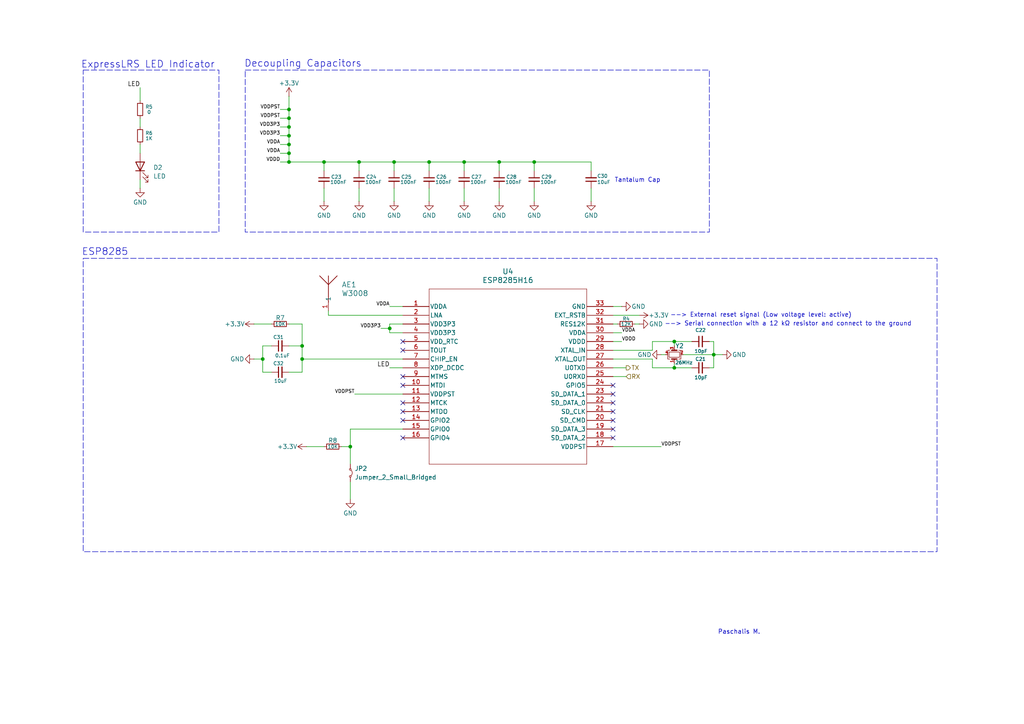
<source format=kicad_sch>
(kicad_sch (version 20250114) (generator "eeschema") (generator_version "9.0")
  (paper "A4")
  (title_block (title "ESP8285") (date "2025-03-30") (rev "1.0") (company "https://github.com/Paschalis | TeodoraMiu"))
  (lib_symbols
    (symbol "Device:C_Small" (pin_numbers (hide yes)) (pin_names (offset 0.254) (hide yes))
      (property "Reference" "C" (at 0.254 1.778 0))
      (property "Value" "C_Small" (at 0.254 -2.032 0))
      (symbol "C_Small_0_1"
        (polyline (pts (xy -1.524 0.508) (xy 1.524 0.508)) (stroke (width 0.3048)))
        (polyline (pts (xy -1.524 -0.508) (xy 1.524 -0.508)) (stroke (width 0.3302)))
      )
      (symbol "C_Small_1_1"
        (pin passive line (at 0 2.54 270) (length 2.032) (name "~") (number "1"))
        (pin passive line (at 0 -2.54 90) (length 2.032) (name "~") (number "2"))
      )
    )
    (symbol "Device:Crystal_GND24_Small" (pin_names (offset 1.016) (hide yes))
      (property "Reference" "Y" (at 1.27 4.445 0))
      (property "Value" "Crystal_GND24_Small" (at 1.27 2.54 0))
      (symbol "Crystal_GND24_Small_0_1"
        (polyline (pts (xy -1.27 1.27) (xy -1.27 1.905) (xy 1.27 1.905) (xy 1.27 1.27)))
        (polyline (pts (xy -1.27 -0.762) (xy -1.27 0.762)) (stroke (width 0.381)))
        (polyline (pts (xy -1.27 -1.27) (xy -1.27 -1.905) (xy 1.27 -1.905) (xy 1.27 -1.27)))
        (rectangle (start -0.762 -1.524) (end 0.762 1.524))
        (polyline (pts (xy 1.27 -0.762) (xy 1.27 0.762)) (stroke (width 0.381)))
      )
      (symbol "Crystal_GND24_Small_1_1"
        (pin passive line (at -2.54 0 0) (length 1.27) (name "1") (number "1"))
        (pin passive line (at 0 2.54 270) (length 0.635) (name "4") (number "4"))
        (pin passive line (at 0 -2.54 90) (length 0.635) (name "2") (number "2"))
        (pin passive line (at 2.54 0 180) (length 1.27) (name "3") (number "3"))
      )
    )
    (symbol "Device:LED" (pin_numbers (hide yes)) (pin_names (offset 1.016) (hide yes))
      (property "Reference" "D" (at 0 2.54 0))
      (property "Value" "LED" (at 0 -2.54 0))
      (symbol "LED_0_1"
        (polyline (pts (xy -3.048 -0.762) (xy -4.572 -2.286) (xy -3.81 -2.286) (xy -4.572 -2.286) (xy -4.572 -1.524)))
        (polyline (pts (xy -1.778 -0.762) (xy -3.302 -2.286) (xy -2.54 -2.286) (xy -3.302 -2.286) (xy -3.302 -1.524)))
        (polyline (pts (xy -1.27 0) (xy 1.27 0)))
        (polyline (pts (xy -1.27 -1.27) (xy -1.27 1.27)) (stroke (width 0.254)))
        (polyline (pts (xy 1.27 -1.27) (xy 1.27 1.27) (xy -1.27 0) (xy 1.27 -1.27)) (stroke (width 0.254)))
      )
      (symbol "LED_1_1"
        (pin passive line (at -3.81 0 0) (length 2.54) (name "K") (number "1"))
        (pin passive line (at 3.81 0 180) (length 2.54) (name "A") (number "2"))
      )
    )
    (symbol "Device:R_Small" (pin_numbers (hide yes)) (pin_names (offset 0.254) (hide yes))
      (property "Reference" "R" (at 0.762 0.508 0))
      (property "Value" "R_Small" (at 0.762 -1.016 0))
      (symbol "R_Small_0_1"
        (rectangle (start -0.762 1.778) (end 0.762 -1.778) (stroke (width 0.2032)))
      )
      (symbol "R_Small_1_1"
        (pin passive line (at 0 2.54 270) (length 0.762) (name "~") (number "1"))
        (pin passive line (at 0 -2.54 90) (length 0.762) (name "~") (number "2"))
      )
    )
    (symbol "ESP8285H16:ESP8285H16" (pin_names (offset 0.254))
      (property "Reference" "U" (at 30.48 10.16 0))
      (property "Value" "ESP8285H16" (at 30.48 7.62 0))
      (symbol "ESP8285H16_0_1"
        (polyline (pts (xy 7.62 5.08) (xy 7.62 -45.72)) (stroke (width 0.127)))
        (polyline (pts (xy 7.62 -45.72) (xy 53.34 -45.72)) (stroke (width 0.127)))
        (polyline (pts (xy 53.34 5.08) (xy 7.62 5.08)) (stroke (width 0.127)))
        (polyline (pts (xy 53.34 -45.72) (xy 53.34 5.08)) (stroke (width 0.127)))
        (pin power_in line (at 0 0 0) (length 7.62) (name "VDDA") (number "1"))
        (pin bidirectional line (at 0 -2.54 0) (length 7.62) (name "LNA") (number "2"))
        (pin power_in line (at 0 -5.08 0) (length 7.62) (name "VDD3P3") (number "3"))
        (pin power_in line (at 0 -7.62 0) (length 7.62) (name "VDD3P3") (number "4"))
        (pin power_in line (at 0 -10.16 0) (length 7.62) (name "VDD_RTC") (number "5"))
        (pin input line (at 0 -12.7 0) (length 7.62) (name "TOUT") (number "6"))
        (pin input line (at 0 -15.24 0) (length 7.62) (name "CHIP_EN") (number "7"))
        (pin bidirectional line (at 0 -17.78 0) (length 7.62) (name "XDP_DCDC") (number "8"))
        (pin bidirectional line (at 0 -20.32 0) (length 7.62) (name "MTMS") (number "9"))
        (pin bidirectional line (at 0 -22.86 0) (length 7.62) (name "MTDI") (number "10"))
        (pin power_in line (at 0 -25.4 0) (length 7.62) (name "VDDPST") (number "11"))
        (pin bidirectional line (at 0 -27.94 0) (length 7.62) (name "MTCK") (number "12"))
        (pin bidirectional line (at 0 -30.48 0) (length 7.62) (name "MTDO") (number "13"))
        (pin bidirectional line (at 0 -33.02 0) (length 7.62) (name "GPIO2") (number "14"))
        (pin bidirectional line (at 0 -35.56 0) (length 7.62) (name "GPIO0") (number "15"))
        (pin bidirectional line (at 0 -38.1 0) (length 7.62) (name "GPIO4") (number "16"))
        (pin power_out line (at 60.96 0 180) (length 7.62) (name "GND") (number "33"))
        (pin input line (at 60.96 -2.54 180) (length 7.62) (name "EXT_RSTB") (number "32"))
        (pin input line (at 60.96 -5.08 180) (length 7.62) (name "RES12K") (number "31"))
        (pin power_in line (at 60.96 -7.62 180) (length 7.62) (name "VDDA") (number "30"))
        (pin power_in line (at 60.96 -10.16 180) (length 7.62) (name "VDDD") (number "29"))
        (pin bidirectional line (at 60.96 -12.7 180) (length 7.62) (name "XTAL_IN") (number "28"))
        (pin bidirectional line (at 60.96 -15.24 180) (length 7.62) (name "XTAL_OUT") (number "27"))
        (pin bidirectional line (at 60.96 -17.78 180) (length 7.62) (name "U0TXD") (number "26"))
        (pin bidirectional line (at 60.96 -20.32 180) (length 7.62) (name "U0RXD") (number "25"))
        (pin bidirectional line (at 60.96 -22.86 180) (length 7.62) (name "GPIO5") (number "24"))
        (pin bidirectional line (at 60.96 -25.4 180) (length 7.62) (name "SD_DATA_1") (number "23"))
        (pin bidirectional line (at 60.96 -27.94 180) (length 7.62) (name "SD_DATA_0") (number "22"))
        (pin bidirectional line (at 60.96 -30.48 180) (length 7.62) (name "SD_CLK") (number "21"))
        (pin bidirectional line (at 60.96 -33.02 180) (length 7.62) (name "SD_CMD") (number "20"))
        (pin bidirectional line (at 60.96 -35.56 180) (length 7.62) (name "SD_DATA_3") (number "19"))
        (pin bidirectional line (at 60.96 -38.1 180) (length 7.62) (name "SD_DATA_2") (number "18"))
        (pin power_in line (at 60.96 -40.64 180) (length 7.62) (name "VDDPST") (number "17"))
      )
    )
    (symbol "Jumper:Jumper_2_Small_Bridged" (pin_numbers (hide yes)) (pin_names (offset 0) (hide yes)) (exclude_from_sim yes)
      (property "Reference" "JP" (at 0 2.032 0))
      (property "Value" "Jumper_2_Small_Bridged" (at 0 -2.286 0))
      (symbol "Jumper_2_Small_Bridged_0_0"
        (circle (center -1.016 0) (radius 0.254))
        (circle (center 1.016 0) (radius 0.254))
      )
      (symbol "Jumper_2_Small_Bridged_0_1"
        (arc (start -0.762 0.254) (mid 0 0.5696) (end 0.762 0.254))
      )
      (symbol "Jumper_2_Small_Bridged_1_1"
        (pin passive line (at -2.54 0 0) (length 1.27) (name "A") (number "1"))
        (pin passive line (at 2.54 0 180) (length 1.27) (name "B") (number "2"))
      )
    )
    (symbol "W3008:W3008" (pin_names (offset 0.254))
      (property "Reference" "AE" (at 2.2606 6.985 0))
      (property "Value" "W3008" (at 2.2606 3.175 0))
      (symbol "W3008_0_1"
        (polyline (pts (xy -2.54 10.16) (xy 0 7.62)) (stroke (width 0.2032)))
        (polyline (pts (xy 0 10.16) (xy 0 7.62)) (stroke (width 0.2032)))
        (polyline (pts (xy 0 7.62) (xy 0 2.54)) (stroke (width 0.2032)))
        (polyline (pts (xy 0 7.62) (xy 2.54 10.16)) (stroke (width 0.2032)))
        (pin unspecified line (at 0 0 90) (length 2.54) (name "1") (number "1"))
      )
    )
    (symbol "power:+3.3V" (power) (pin_numbers (hide yes)) (pin_names (offset 0) (hide yes))
      (property "Value" "+3.3V" (at 0 3.556 0))
      (symbol "+3.3V_0_1"
        (polyline (pts (xy -0.762 1.27) (xy 0 2.54)))
        (polyline (pts (xy 0 2.54) (xy 0.762 1.27)))
        (polyline (pts (xy 0 0) (xy 0 2.54)))
      )
      (symbol "+3.3V_1_1"
        (pin power_in line (at 0 0 90) (length 0) (name "~") (number "1"))
      )
    )
    (symbol "power:GND" (power) (pin_numbers (hide yes)) (pin_names (offset 0) (hide yes))
      (property "Value" "GND" (at 0 -3.81 0))
      (symbol "GND_0_1"
        (polyline (pts (xy 0 0) (xy 0 -1.27) (xy 1.27 -1.27) (xy 0 -2.54) (xy -1.27 -1.27) (xy 0 -1.27)))
      )
      (symbol "GND_1_1"
        (pin power_in line (at 0 0 270) (length 0) (name "~") (number "1"))
      )
    )
  )
  (rectangle (start 71.12 20.32) (end 205.74 67.31) (stroke (width 0) (type dash)))
  (rectangle (start 24.13 74.93) (end 271.78 160.02) (stroke (width 0) (type dash)))
  (rectangle (start 24.13 20.32) (end 63.5 67.31) (stroke (width 0) (type dash)))
  (text "--> External reset signal (Low voltage level: active)" (at 220.726 91.44 0) (effects (font (size 1.27 1.27))))
  (text "--> Serial connection with a 12 kΩ resistor and connect to the ground" (at 228.6 93.98 0) (effects (font (size 1.27 1.27))))
  (text "Decoupling Capacitors" (at 87.884 18.542 0) (effects (font (size 2 2))))
  (text "Paschalis M." (at 214.376 183.388 0) (effects (font (size 1.27 1.27))))
  (text "ESP8285" (at 30.48 73.152 0) (effects (font (size 2 2))))
  (text "Tantalum Cap" (at 184.912 52.324 0) (effects (font (size 1.27 1.27))))
  (text "ExpressLRS LED Indicator" (at 42.926 18.796 0) (effects (font (size 2 2))))
  (junction (at 154.94 46.99))
  (junction (at 83.82 46.99))
  (junction (at 114.3 46.99))
  (junction (at 124.46 46.99))
  (junction (at 87.63 100.33))
  (junction (at 87.63 104.14))
  (junction (at 83.82 34.29))
  (junction (at 113.03 95.25))
  (junction (at 83.82 31.75))
  (junction (at 134.62 46.99))
  (junction (at 195.58 99.06))
  (junction (at 93.98 46.99))
  (junction (at 76.2 104.14))
  (junction (at 207.01 102.87))
  (junction (at 83.82 36.83))
  (junction (at 83.82 41.91))
  (junction (at 144.78 46.99))
  (junction (at 195.58 106.68))
  (junction (at 83.82 44.45))
  (junction (at 104.14 46.99))
  (junction (at 101.6 129.54))
  (junction (at 83.82 39.37))
  (no_connect (at 177.8 124.46))
  (no_connect (at 177.8 121.92))
  (no_connect (at 116.84 101.6))
  (no_connect (at 116.84 109.22))
  (no_connect (at 177.8 111.76))
  (no_connect (at 177.8 119.38))
  (no_connect (at 116.84 127))
  (no_connect (at 177.8 116.84))
  (no_connect (at 116.84 121.92))
  (no_connect (at 116.84 116.84))
  (no_connect (at 116.84 99.06))
  (no_connect (at 116.84 111.76))
  (no_connect (at 177.8 127))
  (no_connect (at 116.84 119.38))
  (no_connect (at 177.8 114.3))
  (wire (pts (xy 83.82 39.37) (xy 83.82 36.83)))
  (wire (pts (xy 144.78 46.99) (xy 134.62 46.99)))
  (wire (pts (xy 87.63 93.98) (xy 87.63 100.33)))
  (wire (pts (xy 144.78 54.61) (xy 144.78 58.42)))
  (wire (pts (xy 104.14 46.99) (xy 104.14 49.53)))
  (wire (pts (xy 76.2 100.33) (xy 76.2 104.14)))
  (wire (pts (xy 113.03 96.52) (xy 116.84 96.52)))
  (wire (pts (xy 83.82 31.75) (xy 83.82 34.29)))
  (wire (pts (xy 189.23 101.6) (xy 189.23 99.06)))
  (wire (pts (xy 177.8 101.6) (xy 189.23 101.6)))
  (wire (pts (xy 171.45 49.53) (xy 171.45 46.99)))
  (wire (pts (xy 177.8 109.22) (xy 181.61 109.22)))
  (wire (pts (xy 113.03 106.68) (xy 116.84 106.68)))
  (wire (pts (xy 83.82 41.91) (xy 83.82 39.37)))
  (wire (pts (xy 93.98 46.99) (xy 83.82 46.99)))
  (wire (pts (xy 87.63 104.14) (xy 116.84 104.14)))
  (wire (pts (xy 177.8 99.06) (xy 180.34 99.06)))
  (wire (pts (xy 81.28 41.91) (xy 83.82 41.91)))
  (wire (pts (xy 200.66 106.68) (xy 195.58 106.68)))
  (wire (pts (xy 95.25 91.44) (xy 116.84 91.44)))
  (wire (pts (xy 78.74 107.95) (xy 76.2 107.95)))
  (wire (pts (xy 191.77 102.87) (xy 193.04 102.87)))
  (wire (pts (xy 73.66 93.98) (xy 78.74 93.98)))
  (wire (pts (xy 93.98 46.99) (xy 93.98 49.53)))
  (wire (pts (xy 87.63 100.33) (xy 83.82 100.33)))
  (wire (pts (xy 200.66 99.06) (xy 195.58 99.06)))
  (wire (pts (xy 83.82 93.98) (xy 87.63 93.98)))
  (wire (pts (xy 76.2 107.95) (xy 76.2 104.14)))
  (wire (pts (xy 83.82 44.45) (xy 83.82 41.91)))
  (wire (pts (xy 114.3 46.99) (xy 114.3 49.53)))
  (wire (pts (xy 177.8 104.14) (xy 189.23 104.14)))
  (wire (pts (xy 207.01 102.87) (xy 209.55 102.87)))
  (wire (pts (xy 154.94 49.53) (xy 154.94 46.99)))
  (wire (pts (xy 207.01 106.68) (xy 207.01 102.87)))
  (wire (pts (xy 81.28 36.83) (xy 83.82 36.83)))
  (wire (pts (xy 81.28 44.45) (xy 83.82 44.45)))
  (wire (pts (xy 177.8 91.44) (xy 185.42 91.44)))
  (wire (pts (xy 177.8 129.54) (xy 191.77 129.54)))
  (wire (pts (xy 81.28 31.75) (xy 83.82 31.75)))
  (wire (pts (xy 205.74 106.68) (xy 207.01 106.68)))
  (wire (pts (xy 205.74 99.06) (xy 207.01 99.06)))
  (wire (pts (xy 124.46 54.61) (xy 124.46 58.42)))
  (wire (pts (xy 87.63 100.33) (xy 87.63 104.14)))
  (wire (pts (xy 104.14 46.99) (xy 93.98 46.99)))
  (wire (pts (xy 177.8 106.68) (xy 181.61 106.68)))
  (wire (pts (xy 189.23 106.68) (xy 195.58 106.68)))
  (wire (pts (xy 177.8 88.9) (xy 180.34 88.9)))
  (wire (pts (xy 114.3 46.99) (xy 104.14 46.99)))
  (wire (pts (xy 177.8 96.52) (xy 180.34 96.52)))
  (wire (pts (xy 83.82 36.83) (xy 83.82 34.29)))
  (wire (pts (xy 40.64 25.4) (xy 40.64 29.21)))
  (wire (pts (xy 207.01 99.06) (xy 207.01 102.87)))
  (wire (pts (xy 101.6 139.7) (xy 101.6 144.78)))
  (wire (pts (xy 134.62 54.61) (xy 134.62 58.42)))
  (wire (pts (xy 195.58 106.68) (xy 195.58 105.41)))
  (wire (pts (xy 81.28 46.99) (xy 83.82 46.99)))
  (wire (pts (xy 95.25 90.17) (xy 95.25 91.44)))
  (wire (pts (xy 114.3 54.61) (xy 114.3 58.42)))
  (wire (pts (xy 83.82 107.95) (xy 87.63 107.95)))
  (wire (pts (xy 189.23 104.14) (xy 189.23 106.68)))
  (wire (pts (xy 101.6 129.54) (xy 101.6 134.62)))
  (wire (pts (xy 154.94 46.99) (xy 171.45 46.99)))
  (wire (pts (xy 83.82 46.99) (xy 83.82 44.45)))
  (wire (pts (xy 76.2 104.14) (xy 73.66 104.14)))
  (wire (pts (xy 113.03 95.25) (xy 113.03 96.52)))
  (wire (pts (xy 88.9 129.54) (xy 93.98 129.54)))
  (wire (pts (xy 40.64 52.07) (xy 40.64 54.61)))
  (wire (pts (xy 83.82 34.29) (xy 81.28 34.29)))
  (wire (pts (xy 87.63 107.95) (xy 87.63 104.14)))
  (wire (pts (xy 189.23 99.06) (xy 195.58 99.06)))
  (wire (pts (xy 113.03 93.98) (xy 113.03 95.25)))
  (wire (pts (xy 134.62 46.99) (xy 134.62 49.53)))
  (wire (pts (xy 101.6 124.46) (xy 101.6 129.54)))
  (wire (pts (xy 113.03 88.9) (xy 116.84 88.9)))
  (wire (pts (xy 116.84 124.46) (xy 101.6 124.46)))
  (wire (pts (xy 171.45 54.61) (xy 171.45 58.42)))
  (wire (pts (xy 134.62 46.99) (xy 124.46 46.99)))
  (wire (pts (xy 154.94 46.99) (xy 144.78 46.99)))
  (wire (pts (xy 144.78 46.99) (xy 144.78 49.53)))
  (wire (pts (xy 83.82 27.94) (xy 83.82 31.75)))
  (wire (pts (xy 78.74 100.33) (xy 76.2 100.33)))
  (wire (pts (xy 177.8 93.98) (xy 179.07 93.98)))
  (wire (pts (xy 40.64 34.29) (xy 40.64 36.83)))
  (wire (pts (xy 184.15 93.98) (xy 185.42 93.98)))
  (wire (pts (xy 102.87 114.3) (xy 116.84 114.3)))
  (wire (pts (xy 99.06 129.54) (xy 101.6 129.54)))
  (wire (pts (xy 124.46 46.99) (xy 114.3 46.99)))
  (wire (pts (xy 154.94 54.61) (xy 154.94 58.42)))
  (wire (pts (xy 124.46 46.99) (xy 124.46 49.53)))
  (wire (pts (xy 198.12 102.87) (xy 207.01 102.87)))
  (wire (pts (xy 110.49 95.25) (xy 113.03 95.25)))
  (wire (pts (xy 104.14 54.61) (xy 104.14 58.42)))
  (wire (pts (xy 40.64 41.91) (xy 40.64 44.45)))
  (wire (pts (xy 93.98 54.61) (xy 93.98 58.42)))
  (wire (pts (xy 195.58 99.06) (xy 195.58 100.33)))
  (wire (pts (xy 81.28 39.37) (xy 83.82 39.37)))
  (wire (pts (xy 113.03 93.98) (xy 116.84 93.98)))
  (label "VDDA" (at 81.28 44.45 180) (effects (font (size 1 1))))
  (label "VDD3P3" (at 110.49 95.25 180) (effects (font (size 1 1))))
  (label "VDDA" (at 81.28 41.91 180) (effects (font (size 1 1))))
  (label "VDDPST" (at 102.87 114.3 180) (effects (font (size 1 1))))
  (label "VDDA" (at 113.03 88.9 180) (effects (font (size 1 1))))
  (label "VDDD" (at 180.34 99.06 0) (effects (font (size 1 1))))
  (label "VDDPST" (at 81.28 31.75 180) (effects (font (size 1 1))))
  (label "VDD3P3" (at 81.28 36.83 180) (effects (font (size 1 1))))
  (label "VDD3P3" (at 81.28 39.37 180) (effects (font (size 1 1))))
  (label "LED" (at 40.64 25.4 180))
  (label "VDDA" (at 180.34 96.52 0) (effects (font (size 1 1))))
  (label "VDDPST" (at 191.77 129.54 0) (effects (font (size 1 1))))
  (label "VDDPST" (at 81.28 34.29 180) (effects (font (size 1 1))))
  (label "LED" (at 113.03 106.68 180))
  (label "VDDD" (at 81.28 46.99 180) (effects (font (size 1 1))))
  (hierarchical_label "RX" (shape input) (at 181.61 109.22 0))
  (hierarchical_label "TX" (shape output) (at 181.61 106.68 0))
  (symbol (lib_id "Device:C_Small") (at 114.3 52.07 0) (unit 1)
    (property "Reference" "C25" (at 116.332 51.308 0) (effects (font (size 1 1)) (justify left)))
    (property "Value" "100nF" (at 116.078 52.832 0) (effects (font (size 1 1)) (justify left)))
    (property "Footprint" "Capacitor_SMD:C_0603_1608Metric_Pad1.08x0.95mm_HandSolder" (effects (hide yes)))
    (property "Description" "Unpolarized capacitor, small symbol" (effects (hide yes)))
  )
  (symbol (lib_id "power:GND") (at 40.64 54.61 0) (unit 1)
    (property "Reference" "#PWR055" (effects (hide yes)))
    (property "Value" "GND" (at 40.64 58.674 0))
    (property "Description" "Power symbol creates a global label with name \"GND\" , ground" (effects (hide yes)))
  )
  (symbol (lib_id "power:GND") (at 191.77 102.87 270) (mirror x) (unit 1)
    (property "Reference" "#PWR039" (effects (hide yes)))
    (property "Value" "GND" (at 188.976 102.87 90) (effects (justify right)))
    (property "Description" "Power symbol creates a global label with name \"GND\" , ground" (effects (hide yes)))
  )
  (symbol (lib_id "Device:R_Small") (at 40.64 31.75 0) (unit 1)
    (property "Reference" "R5" (at 42.164 30.988 0) (effects (font (size 1 1)) (justify left)))
    (property "Value" "0" (at 42.672 32.512 0) (effects (font (size 1 1)) (justify left)))
    (property "Footprint" "Resistor_SMD:R_0603_1608Metric_Pad0.98x0.95mm_HandSolder" (effects (hide yes)))
    (property "Description" "Resistor, small symbol" (effects (hide yes)))
  )
  (symbol (lib_id "power:GND") (at 73.66 104.14 270) (mirror x) (unit 1)
    (property "Reference" "#PWR056" (effects (hide yes)))
    (property "Value" "GND" (at 70.866 104.14 90) (effects (justify right)))
    (property "Description" "Power symbol creates a global label with name \"GND\" , ground" (effects (hide yes)))
  )
  (symbol (lib_id "Jumper:Jumper_2_Small_Bridged") (at 101.6 137.16 270) (unit 1)
    (property "Reference" "JP2" (at 102.87 135.8899 90) (effects (justify left)))
    (property "Value" "Jumper_2_Small_Bridged" (at 102.87 138.4299 90) (effects (justify left)))
    (property "Footprint" "TestPoint:TestPoint_2Pads_Pitch2.54mm_Drill0.8mm" (effects (hide yes)))
    (property "Description" "Jumper, 2-pole, small symbol, bridged" (effects (hide yes)))
  )
  (symbol (lib_id "power:GND") (at 154.94 58.42 0) (unit 1)
    (property "Reference" "#PWR052" (effects (hide yes)))
    (property "Value" "GND" (at 154.94 62.484 0))
    (property "Description" "Power symbol creates a global label with name \"GND\" , ground" (effects (hide yes)))
  )
  (symbol (lib_id "Device:R_Small") (at 40.64 39.37 0) (unit 1)
    (property "Reference" "R6" (at 42.164 38.608 0) (effects (font (size 1 1)) (justify left)))
    (property "Value" "1K" (at 42.164 40.132 0) (effects (font (size 1 1)) (justify left)))
    (property "Footprint" "Resistor_SMD:R_0603_1608Metric_Pad0.98x0.95mm_HandSolder" (effects (hide yes)))
    (property "Description" "Resistor, small symbol" (effects (hide yes)))
  )
  (symbol (lib_id "Device:C_Small") (at 144.78 52.07 0) (unit 1)
    (property "Reference" "C28" (at 146.812 51.308 0) (effects (font (size 1 1)) (justify left)))
    (property "Value" "100nF" (at 146.558 52.832 0) (effects (font (size 1 1)) (justify left)))
    (property "Footprint" "Capacitor_SMD:C_0603_1608Metric_Pad1.08x0.95mm_HandSolder" (effects (hide yes)))
    (property "Description" "Unpolarized capacitor, small symbol" (effects (hide yes)))
  )
  (symbol (lib_id "power:GND") (at 101.6 144.78 0) (unit 1)
    (property "Reference" "#PWR058" (effects (hide yes)))
    (property "Value" "GND" (at 101.6 148.844 0))
    (property "Description" "Power symbol creates a global label with name \"GND\" , ground" (effects (hide yes)))
  )
  (symbol (lib_id "W3008:W3008") (at 95.25 90.17 0) (unit 1)
    (property "Reference" "AE1" (at 99.06 82.5499 0) (effects (font (size 1.524 1.524)) (justify left)))
    (property "Value" "W3008" (at 99.06 85.0899 0) (effects (font (size 1.524 1.524)) (justify left)))
    (property "Footprint" "W3008:ANT_W3008_PUL" (effects (hide yes)))
    (property "Datasheet" "W3008" (effects (hide yes)))
  )
  (symbol (lib_id "power:GND") (at 180.34 88.9 90) (unit 1)
    (property "Reference" "#PWR042" (effects (hide yes)))
    (property "Value" "GND" (at 183.134 88.9 90) (effects (justify right)))
    (property "Description" "Power symbol creates a global label with name \"GND\" , ground" (effects (hide yes)))
  )
  (symbol (lib_id "Device:R_Small") (at 96.52 129.54 90) (unit 1)
    (property "Reference" "R8" (at 96.52 127.762 90))
    (property "Value" "10K" (at 96.52 129.54 90) (effects (font (size 1 1))))
    (property "Footprint" "Resistor_SMD:R_0603_1608Metric_Pad0.98x0.95mm_HandSolder" (effects (hide yes)))
    (property "Description" "Resistor, small symbol" (effects (hide yes)))
  )
  (symbol (lib_id "Device:C_Small") (at 104.14 52.07 0) (unit 1)
    (property "Reference" "C24" (at 106.172 51.308 0) (effects (font (size 1 1)) (justify left)))
    (property "Value" "100nF" (at 105.918 52.832 0) (effects (font (size 1 1)) (justify left)))
    (property "Footprint" "Capacitor_SMD:C_0603_1608Metric_Pad1.08x0.95mm_HandSolder" (effects (hide yes)))
    (property "Description" "Unpolarized capacitor, small symbol" (effects (hide yes)))
  )
  (symbol (lib_id "power:GND") (at 93.98 58.42 0) (unit 1)
    (property "Reference" "#PWR046" (effects (hide yes)))
    (property "Value" "GND" (at 93.98 62.484 0))
    (property "Description" "Power symbol creates a global label with name \"GND\" , ground" (effects (hide yes)))
  )
  (symbol (lib_id "power:+3.3V") (at 88.9 129.54 90) (mirror x) (unit 1)
    (property "Reference" "#PWR057" (effects (hide yes)))
    (property "Value" "+3.3V" (at 83.312 129.54 90))
    (property "Description" "Power symbol creates a global label with name \"+3.3V\"" (effects (hide yes)))
  )
  (symbol (lib_id "power:GND") (at 124.46 58.42 0) (unit 1)
    (property "Reference" "#PWR049" (effects (hide yes)))
    (property "Value" "GND" (at 124.46 62.484 0))
    (property "Description" "Power symbol creates a global label with name \"GND\" , ground" (effects (hide yes)))
  )
  (symbol (lib_id "Device:C_Small") (at 124.46 52.07 0) (unit 1)
    (property "Reference" "C26" (at 126.492 51.308 0) (effects (font (size 1 1)) (justify left)))
    (property "Value" "100nF" (at 126.238 52.832 0) (effects (font (size 1 1)) (justify left)))
    (property "Footprint" "Capacitor_SMD:C_0603_1608Metric_Pad1.08x0.95mm_HandSolder" (effects (hide yes)))
    (property "Description" "Unpolarized capacitor, small symbol" (effects (hide yes)))
  )
  (symbol (lib_id "power:GND") (at 144.78 58.42 0) (unit 1)
    (property "Reference" "#PWR051" (effects (hide yes)))
    (property "Value" "GND" (at 144.78 62.484 0))
    (property "Description" "Power symbol creates a global label with name \"GND\" , ground" (effects (hide yes)))
  )
  (symbol (lib_id "power:GND") (at 185.42 93.98 90) (unit 1)
    (property "Reference" "#PWR043" (effects (hide yes)))
    (property "Value" "GND" (at 188.214 93.98 90) (effects (justify right)))
    (property "Description" "Power symbol creates a global label with name \"GND\" , ground" (effects (hide yes)))
  )
  (symbol (lib_id "power:+3.3V") (at 185.42 91.44 270) (unit 1)
    (property "Reference" "#PWR045" (effects (hide yes)))
    (property "Value" "+3.3V" (at 191.008 91.44 90))
    (property "Description" "Power symbol creates a global label with name \"+3.3V\"" (effects (hide yes)))
  )
  (symbol (lib_id "Device:Crystal_GND24_Small") (at 195.58 102.87 90) (unit 1)
    (property "Reference" "Y2" (at 197.104 100.33 90))
    (property "Value" "26MHz" (at 198.374 105.156 90) (effects (font (size 1 1))))
    (property "Footprint" "Crystal:Crystal_SMD_2016-4Pin_2.0x1.6mm" (effects (hide yes)))
    (property "Description" "Four pin crystal, GND on pins 2 and 4, small symbol" (effects (hide yes)))
  )
  (symbol (lib_id "Device:C_Small") (at 154.94 52.07 0) (unit 1)
    (property "Reference" "C29" (at 156.972 51.308 0) (effects (font (size 1 1)) (justify left)))
    (property "Value" "100nF" (at 156.718 52.832 0) (effects (font (size 1 1)) (justify left)))
    (property "Footprint" "Capacitor_SMD:C_0603_1608Metric_Pad1.08x0.95mm_HandSolder" (effects (hide yes)))
    (property "Description" "Unpolarized capacitor, small symbol" (effects (hide yes)))
  )
  (symbol (lib_id "Device:LED") (at 40.64 48.26 90) (unit 1)
    (property "Reference" "D2" (at 44.45 48.5774 90) (effects (justify right)))
    (property "Value" "LED" (at 44.45 51.1174 90) (effects (justify right)))
    (property "Footprint" "LED_SMD:LED_0805_2012Metric_Pad1.15x1.40mm_HandSolder" (effects (hide yes)))
    (property "Description" "Light emitting diode" (effects (hide yes)))
  )
  (symbol (lib_id "Device:C_Small") (at 203.2 99.06 90) (unit 1)
    (property "Reference" "C22" (at 204.724 95.758 90) (effects (font (size 1 1)) (justify left)))
    (property "Value" "10pF" (at 205.232 101.854 90) (effects (font (size 1 1)) (justify left)))
    (property "Footprint" "Capacitor_SMD:C_0603_1608Metric_Pad1.08x0.95mm_HandSolder" (effects (hide yes)))
    (property "Description" "Unpolarized capacitor, small symbol" (effects (hide yes)))
  )
  (symbol (lib_id "ESP8285H16:ESP8285H16") (at 116.84 88.9 0) (unit 1)
    (property "Reference" "U4" (at 147.32 78.74 0) (effects (font (size 1.524 1.524))))
    (property "Value" "ESP8285H16" (at 147.32 81.28 0) (effects (font (size 1.524 1.524))))
    (property "Footprint" "ESP8285H16:QFN32_5X5_EXP" (effects (hide yes)))
    (property "Datasheet" "ESP8285H16" (effects (hide yes)))
  )
  (symbol (lib_id "power:GND") (at 104.14 58.42 0) (unit 1)
    (property "Reference" "#PWR047" (effects (hide yes)))
    (property "Value" "GND" (at 104.14 62.484 0))
    (property "Description" "Power symbol creates a global label with name \"GND\" , ground" (effects (hide yes)))
  )
  (symbol (lib_id "Device:C_Small") (at 171.45 52.07 180) (unit 1)
    (property "Reference" "C30" (at 176.276 51.054 0) (effects (font (size 1 1)) (justify left)))
    (property "Value" "10uF" (at 177.038 52.832 0) (effects (font (size 1 1)) (justify left)))
    (property "Footprint" "ECASD40J106M055K00:ECASD40J106M055K00" (effects (hide yes)))
    (property "Description" "Unpolarized capacitor, small symbol" (effects (hide yes)))
  )
  (symbol (lib_id "Device:R_Small") (at 81.28 93.98 90) (unit 1)
    (property "Reference" "R7" (at 81.28 92.202 90))
    (property "Value" "10K" (at 81.28 93.98 90) (effects (font (size 1 1))))
    (property "Footprint" "Resistor_SMD:R_0603_1608Metric_Pad0.98x0.95mm_HandSolder" (effects (hide yes)))
    (property "Description" "Resistor, small symbol" (effects (hide yes)))
  )
  (symbol (lib_id "power:GND") (at 209.55 102.87 90) (unit 1)
    (property "Reference" "#PWR041" (effects (hide yes)))
    (property "Value" "GND" (at 212.344 102.87 90) (effects (justify right)))
    (property "Description" "Power symbol creates a global label with name \"GND\" , ground" (effects (hide yes)))
  )
  (symbol (lib_id "Device:C_Small") (at 81.28 107.95 90) (unit 1)
    (property "Reference" "C32" (at 82.296 105.41 90) (effects (font (size 1 1)) (justify left)))
    (property "Value" "10uF" (at 83.312 110.49 90) (effects (font (size 1 1)) (justify left)))
    (property "Footprint" "ECASD40J106M055K00:ECASD40J106M055K00" (effects (hide yes)))
    (property "Description" "Unpolarized capacitor, small symbol" (effects (hide yes)))
  )
  (symbol (lib_id "power:GND") (at 114.3 58.42 0) (unit 1)
    (property "Reference" "#PWR048" (effects (hide yes)))
    (property "Value" "GND" (at 114.3 62.484 0))
    (property "Description" "Power symbol creates a global label with name \"GND\" , ground" (effects (hide yes)))
  )
  (symbol (lib_id "Device:C_Small") (at 93.98 52.07 0) (unit 1)
    (property "Reference" "C23" (at 96.012 51.308 0) (effects (font (size 1 1)) (justify left)))
    (property "Value" "100nF" (at 95.758 52.832 0) (effects (font (size 1 1)) (justify left)))
    (property "Footprint" "Capacitor_SMD:C_0603_1608Metric_Pad1.08x0.95mm_HandSolder" (effects (hide yes)))
    (property "Description" "Unpolarized capacitor, small symbol" (effects (hide yes)))
  )
  (symbol (lib_id "Device:C_Small") (at 203.2 106.68 90) (unit 1)
    (property "Reference" "C21" (at 204.724 104.14 90) (effects (font (size 1 1)) (justify left)))
    (property "Value" "10pF" (at 205.232 109.474 90) (effects (font (size 1 1)) (justify left)))
    (property "Footprint" "Capacitor_SMD:C_0603_1608Metric_Pad1.08x0.95mm_HandSolder" (effects (hide yes)))
    (property "Description" "Unpolarized capacitor, small symbol" (effects (hide yes)))
  )
  (symbol (lib_id "power:+3.3V") (at 83.82 27.94 0) (unit 1)
    (property "Reference" "#PWR053" (effects (hide yes)))
    (property "Value" "+3.3V" (at 83.82 24.13 0))
    (property "Description" "Power symbol creates a global label with name \"+3.3V\"" (effects (hide yes)))
  )
  (symbol (lib_id "Device:C_Small") (at 81.28 100.33 90) (unit 1)
    (property "Reference" "C31" (at 82.296 97.79 90) (effects (font (size 1 1)) (justify left)))
    (property "Value" "0.1uF" (at 84.074 103.124 90) (effects (font (size 1 1)) (justify left)))
    (property "Footprint" "Capacitor_SMD:C_0603_1608Metric_Pad1.08x0.95mm_HandSolder" (effects (hide yes)))
    (property "Description" "Unpolarized capacitor, small symbol" (effects (hide yes)))
  )
  (symbol (lib_id "power:+3.3V") (at 73.66 93.98 90) (mirror x) (unit 1)
    (property "Reference" "#PWR044" (effects (hide yes)))
    (property "Value" "+3.3V" (at 68.072 93.98 90))
    (property "Description" "Power symbol creates a global label with name \"+3.3V\"" (effects (hide yes)))
  )
  (symbol (lib_id "power:GND") (at 171.45 58.42 0) (unit 1)
    (property "Reference" "#PWR054" (effects (hide yes)))
    (property "Value" "GND" (at 171.45 62.484 0))
    (property "Description" "Power symbol creates a global label with name \"GND\" , ground" (effects (hide yes)))
  )
  (symbol (lib_id "power:GND") (at 134.62 58.42 0) (unit 1)
    (property "Reference" "#PWR050" (effects (hide yes)))
    (property "Value" "GND" (at 134.62 62.484 0))
    (property "Description" "Power symbol creates a global label with name \"GND\" , ground" (effects (hide yes)))
  )
  (symbol (lib_id "Device:R_Small") (at 181.61 93.98 90) (unit 1)
    (property "Reference" "R4" (at 181.61 92.456 90) (effects (font (size 1 1))))
    (property "Value" "12K" (at 181.61 93.98 90) (effects (font (size 1 1))))
    (property "Footprint" "Resistor_SMD:R_0603_1608Metric_Pad0.98x0.95mm_HandSolder" (effects (hide yes)))
    (property "Description" "Resistor, small symbol" (effects (hide yes)))
  )
  (symbol (lib_id "Device:C_Small") (at 134.62 52.07 0) (unit 1)
    (property "Reference" "C27" (at 136.652 51.308 0) (effects (font (size 1 1)) (justify left)))
    (property "Value" "100nF" (at 136.398 52.832 0) (effects (font (size 1 1)) (justify left)))
    (property "Footprint" "Capacitor_SMD:C_0603_1608Metric_Pad1.08x0.95mm_HandSolder" (effects (hide yes)))
    (property "Description" "Unpolarized capacitor, small symbol" (effects (hide yes)))
  )
)
</source>
